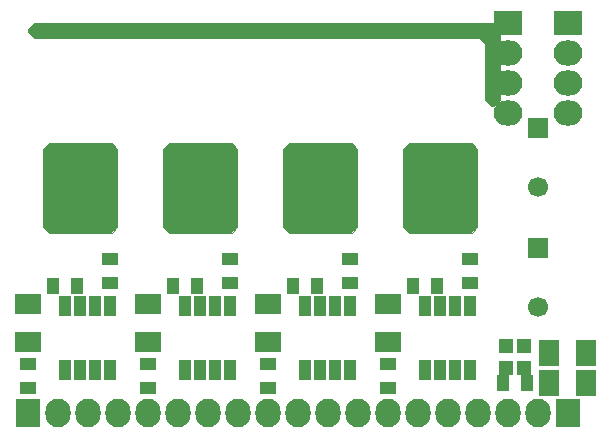
<source format=gbr>
G04 #@! TF.FileFunction,Soldermask,Top*
%FSLAX46Y46*%
G04 Gerber Fmt 4.6, Leading zero omitted, Abs format (unit mm)*
G04 Created by KiCad (PCBNEW 4.0.7) date 01/30/18 18:32:40*
%MOMM*%
%LPD*%
G01*
G04 APERTURE LIST*
%ADD10C,0.100000*%
%ADD11R,2.200000X1.800000*%
%ADD12R,1.400000X1.000000*%
%ADD13R,1.000000X1.400000*%
%ADD14R,1.000000X1.700000*%
%ADD15R,2.127200X2.432000*%
%ADD16O,2.127200X2.432000*%
%ADD17R,1.800000X2.200000*%
%ADD18R,1.700000X1.700000*%
%ADD19C,1.700000*%
%ADD20R,2.432000X2.127200*%
%ADD21O,2.432000X2.127200*%
%ADD22R,1.197560X1.197560*%
%ADD23C,0.026000*%
G04 APERTURE END LIST*
D10*
D11*
X5080000Y-30150000D03*
X5080000Y-33350000D03*
X15240000Y-30150000D03*
X15240000Y-33350000D03*
D12*
X5080000Y-35195000D03*
X5080000Y-37195000D03*
X15240000Y-35195000D03*
X15240000Y-37195000D03*
D13*
X7255000Y-28575000D03*
X9255000Y-28575000D03*
D12*
X12065000Y-26305000D03*
X12065000Y-28305000D03*
D13*
X17415000Y-28575000D03*
X19415000Y-28575000D03*
D12*
X22225000Y-26305000D03*
X22225000Y-28305000D03*
D14*
X8255000Y-35720000D03*
X9525000Y-35720000D03*
X10795000Y-35720000D03*
X12065000Y-35720000D03*
X12065000Y-30320000D03*
X10795000Y-30320000D03*
X9525000Y-30320000D03*
X8255000Y-30320000D03*
X18415000Y-35720000D03*
X19685000Y-35720000D03*
X20955000Y-35720000D03*
X22225000Y-35720000D03*
X22225000Y-30320000D03*
X20955000Y-30320000D03*
X19685000Y-30320000D03*
X18415000Y-30320000D03*
D11*
X25400000Y-30150000D03*
X25400000Y-33350000D03*
X35560000Y-30150000D03*
X35560000Y-33350000D03*
D12*
X25400000Y-35195000D03*
X25400000Y-37195000D03*
X35560000Y-35195000D03*
X35560000Y-37195000D03*
D15*
X5080000Y-39370000D03*
D16*
X7620000Y-39370000D03*
X10160000Y-39370000D03*
X12700000Y-39370000D03*
X15240000Y-39370000D03*
X17780000Y-39370000D03*
X20320000Y-39370000D03*
X22860000Y-39370000D03*
X25400000Y-39370000D03*
X27940000Y-39370000D03*
X30480000Y-39370000D03*
X33020000Y-39370000D03*
X35560000Y-39370000D03*
X38100000Y-39370000D03*
X40640000Y-39370000D03*
X43180000Y-39370000D03*
D13*
X27575000Y-28575000D03*
X29575000Y-28575000D03*
D12*
X32385000Y-26305000D03*
X32385000Y-28305000D03*
D13*
X37735000Y-28575000D03*
X39735000Y-28575000D03*
D12*
X42545000Y-26305000D03*
X42545000Y-28305000D03*
D14*
X28575000Y-35720000D03*
X29845000Y-35720000D03*
X31115000Y-35720000D03*
X32385000Y-35720000D03*
X32385000Y-30320000D03*
X31115000Y-30320000D03*
X29845000Y-30320000D03*
X28575000Y-30320000D03*
X38735000Y-35720000D03*
X40005000Y-35720000D03*
X41275000Y-35720000D03*
X42545000Y-35720000D03*
X42545000Y-30320000D03*
X41275000Y-30320000D03*
X40005000Y-30320000D03*
X38735000Y-30320000D03*
D17*
X52400000Y-36830000D03*
X49200000Y-36830000D03*
X52400000Y-34290000D03*
X49200000Y-34290000D03*
D18*
X48260000Y-25400000D03*
D19*
X48260000Y-30400000D03*
D18*
X48260000Y-15240000D03*
D19*
X48260000Y-20240000D03*
D15*
X50800000Y-39370000D03*
D16*
X48260000Y-39370000D03*
X45720000Y-39370000D03*
D20*
X45720000Y-6350000D03*
D21*
X45720000Y-8890000D03*
X45720000Y-11430000D03*
X45720000Y-13970000D03*
D20*
X50800000Y-6350000D03*
D21*
X50800000Y-8890000D03*
X50800000Y-11430000D03*
X50800000Y-13970000D03*
D13*
X47355000Y-36830000D03*
X45355000Y-36830000D03*
D22*
X47104300Y-33655000D03*
X45605700Y-33655000D03*
X47104300Y-35560000D03*
X45605700Y-35560000D03*
D23*
G36*
X12687000Y-17015384D02*
X12687000Y-23624616D01*
X12194616Y-24117000D01*
X6855384Y-24117000D01*
X6363000Y-23624616D01*
X6363000Y-17015384D01*
X6855384Y-16523000D01*
X12194616Y-16523000D01*
X12687000Y-17015384D01*
X12687000Y-17015384D01*
G37*
X12687000Y-17015384D02*
X12687000Y-23624616D01*
X12194616Y-24117000D01*
X6855384Y-24117000D01*
X6363000Y-23624616D01*
X6363000Y-17015384D01*
X6855384Y-16523000D01*
X12194616Y-16523000D01*
X12687000Y-17015384D01*
G36*
X22847000Y-17015384D02*
X22847000Y-23624616D01*
X22354616Y-24117000D01*
X17015384Y-24117000D01*
X16523000Y-23624616D01*
X16523000Y-17015384D01*
X17015384Y-16523000D01*
X22354616Y-16523000D01*
X22847000Y-17015384D01*
X22847000Y-17015384D01*
G37*
X22847000Y-17015384D02*
X22847000Y-23624616D01*
X22354616Y-24117000D01*
X17015384Y-24117000D01*
X16523000Y-23624616D01*
X16523000Y-17015384D01*
X17015384Y-16523000D01*
X22354616Y-16523000D01*
X22847000Y-17015384D01*
G36*
X33007000Y-17015384D02*
X33007000Y-23624616D01*
X32514616Y-24117000D01*
X27175384Y-24117000D01*
X26683000Y-23624616D01*
X26683000Y-17015384D01*
X27175384Y-16523000D01*
X32514616Y-16523000D01*
X33007000Y-17015384D01*
X33007000Y-17015384D01*
G37*
X33007000Y-17015384D02*
X33007000Y-23624616D01*
X32514616Y-24117000D01*
X27175384Y-24117000D01*
X26683000Y-23624616D01*
X26683000Y-17015384D01*
X27175384Y-16523000D01*
X32514616Y-16523000D01*
X33007000Y-17015384D01*
G36*
X43167000Y-17015384D02*
X43167000Y-23624616D01*
X42674616Y-24117000D01*
X37335384Y-24117000D01*
X36843000Y-23624616D01*
X36843000Y-17015384D01*
X37335384Y-16523000D01*
X42674616Y-16523000D01*
X43167000Y-17015384D01*
X43167000Y-17015384D01*
G37*
X43167000Y-17015384D02*
X43167000Y-23624616D01*
X42674616Y-24117000D01*
X37335384Y-24117000D01*
X36843000Y-23624616D01*
X36843000Y-17015384D01*
X37335384Y-16523000D01*
X42674616Y-16523000D01*
X43167000Y-17015384D01*
G36*
X45072000Y-6855384D02*
X45072000Y-12829616D01*
X44579616Y-13322000D01*
X44320384Y-13322000D01*
X43828000Y-12829616D01*
X43828000Y-8120000D01*
X43826976Y-8114942D01*
X43824192Y-8110808D01*
X43324192Y-7610808D01*
X43319892Y-7607955D01*
X43315000Y-7607000D01*
X5585384Y-7607000D01*
X5093000Y-7114616D01*
X5093000Y-6855384D01*
X5585384Y-6363000D01*
X44579616Y-6363000D01*
X45072000Y-6855384D01*
X45072000Y-6855384D01*
G37*
X45072000Y-6855384D02*
X45072000Y-12829616D01*
X44579616Y-13322000D01*
X44320384Y-13322000D01*
X43828000Y-12829616D01*
X43828000Y-8120000D01*
X43826976Y-8114942D01*
X43824192Y-8110808D01*
X43324192Y-7610808D01*
X43319892Y-7607955D01*
X43315000Y-7607000D01*
X5585384Y-7607000D01*
X5093000Y-7114616D01*
X5093000Y-6855384D01*
X5585384Y-6363000D01*
X44579616Y-6363000D01*
X45072000Y-6855384D01*
M02*

</source>
